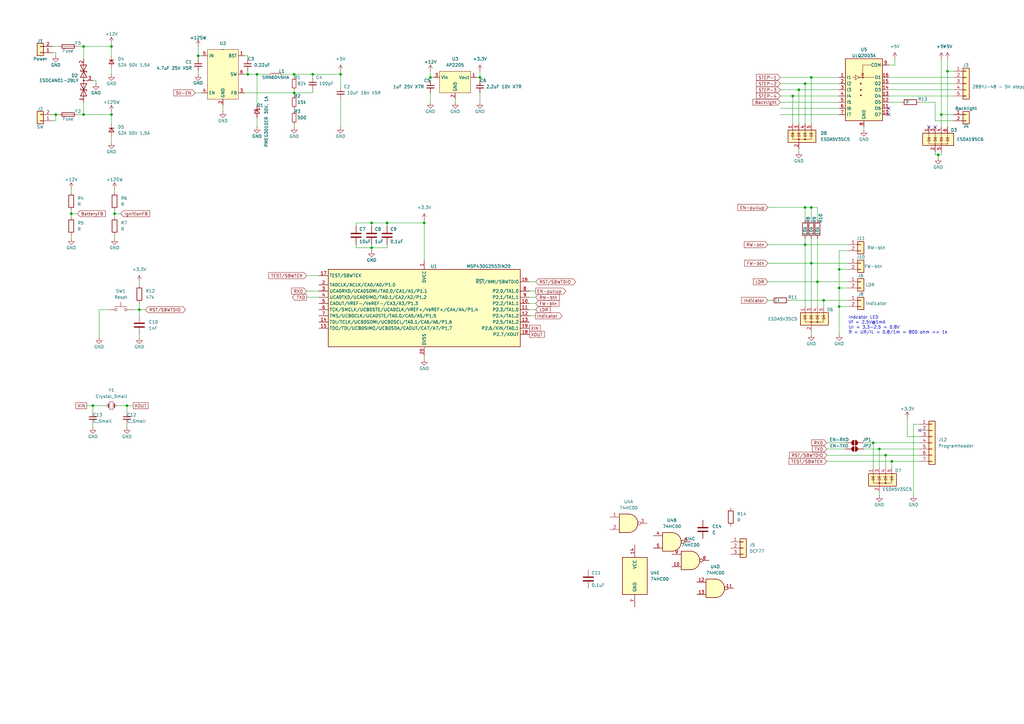
<source format=kicad_sch>
(kicad_sch (version 20250114) (generator "eeschema") (generator_version "9.0")
  (paper "A3")
  (text "Indcator LED\nVf = 2.5V@1mA\nUr = 3.3-2.5 = 0.8V\nR = UR/IL = 0.8/1m = 800 ohm => 1k\n" (at 347.98 133.35 0) (effects (font (size 1.27 1.27)) (justify left)))
  (junction (at 344.17 110.49))
  (junction (at 327.66 36.83))
  (junction (at 52.07 166.37))
  (junction (at 365.76 189.23))
  (junction (at 45.72 19.05))
  (junction (at 386.08 46.99))
  (junction (at 384.81 63.5))
  (junction (at 176.53 31.75))
  (junction (at 105.41 30.48))
  (junction (at 139.7 30.48))
  (junction (at 45.72 46.99))
  (junction (at 325.12 39.37))
  (junction (at 344.17 118.11))
  (junction (at 152.4 91.44))
  (junction (at 196.85 31.75))
  (junction (at 330.2 85.09))
  (junction (at 388.62 29.21))
  (junction (at 332.74 85.09))
  (junction (at 332.74 31.75))
  (junction (at 29.21 87.63))
  (junction (at 330.2 34.29))
  (junction (at 158.75 91.44))
  (junction (at 363.22 186.69))
  (junction (at 332.74 107.95))
  (junction (at 128.27 30.48))
  (junction (at 81.28 22.86))
  (junction (at 358.14 181.61))
  (junction (at 34.29 19.05))
  (junction (at 337.82 123.19))
  (junction (at 101.6 30.48))
  (junction (at 173.99 91.44))
  (junction (at 46.99 87.63))
  (junction (at 57.15 127))
  (junction (at 120.65 30.48))
  (junction (at 344.17 125.73))
  (junction (at 335.28 115.57))
  (junction (at 34.29 46.99))
  (junction (at 22.86 46.99))
  (junction (at 360.68 184.15))
  (junction (at 120.65 38.1))
  (junction (at 38.1 166.37))
  (junction (at 330.2 100.33))
  (junction (at 152.4 101.6))
  (no_connect (at 364.49 46.99))
  (no_connect (at 381 52.07))
  (no_connect (at 383.54 52.07))
  (no_connect (at 377.19 176.53))
  (no_connect (at 364.49 44.45))
  (wire (pts (xy 81.28 22.86) (xy 81.28 24.13)))
  (wire (pts (xy 152.4 101.6) (xy 152.4 102.87)))
  (wire (pts (xy 146.05 100.33) (xy 146.05 101.6)))
  (wire (pts (xy 372.11 171.45) (xy 372.11 179.07)))
  (wire (pts (xy 354.33 52.07) (xy 354.33 53.34)))
  (wire (pts (xy 29.21 77.47) (xy 29.21 78.74)))
  (wire (pts (xy 100.33 22.86) (xy 101.6 22.86)))
  (wire (pts (xy 363.22 186.69) (xy 363.22 191.77)))
  (wire (pts (xy 22.86 21.59) (xy 22.86 22.86)))
  (wire (pts (xy 330.2 34.29) (xy 344.17 34.29)))
  (wire (pts (xy 320.04 31.75) (xy 332.74 31.75)))
  (wire (pts (xy 358.14 181.61) (xy 358.14 191.77)))
  (wire (pts (xy 45.72 55.88) (xy 45.72 58.42)))
  (wire (pts (xy 176.53 38.1) (xy 176.53 41.91)))
  (wire (pts (xy 21.59 46.99) (xy 22.86 46.99)))
  (wire (pts (xy 52.07 166.37) (xy 52.07 168.91)))
  (wire (pts (xy 219.71 124.46) (xy 217.17 124.46)))
  (wire (pts (xy 344.17 110.49) (xy 347.98 110.49)))
  (wire (pts (xy 158.75 91.44) (xy 158.75 92.71)))
  (wire (pts (xy 38.1 33.02) (xy 39.37 33.02)))
  (wire (pts (xy 21.59 21.59) (xy 22.86 21.59)))
  (wire (pts (xy 339.09 184.15) (xy 346.71 184.15)))
  (wire (pts (xy 54.61 127) (xy 57.15 127)))
  (wire (pts (xy 120.65 50.8) (xy 120.65 52.07)))
  (wire (pts (xy 57.15 127) (xy 57.15 129.54)))
  (wire (pts (xy 46.99 96.52) (xy 46.99 97.79)))
  (wire (pts (xy 364.49 41.91) (xy 369.57 41.91)))
  (wire (pts (xy 330.2 100.33) (xy 330.2 125.73)))
  (wire (pts (xy 24.13 19.05) (xy 21.59 19.05)))
  (wire (pts (xy 195.58 31.75) (xy 196.85 31.75)))
  (wire (pts (xy 45.72 22.86) (xy 45.72 19.05)))
  (wire (pts (xy 176.53 31.75) (xy 176.53 33.02)))
  (wire (pts (xy 146.05 101.6) (xy 152.4 101.6)))
  (wire (pts (xy 81.28 19.05) (xy 81.28 22.86)))
  (wire (pts (xy 327.66 36.83) (xy 344.17 36.83)))
  (wire (pts (xy 45.72 19.05) (xy 34.29 19.05)))
  (wire (pts (xy 101.6 29.21) (xy 101.6 30.48)))
  (wire (pts (xy 344.17 102.87) (xy 344.17 110.49)))
  (wire (pts (xy 34.29 19.05) (xy 34.29 24.13)))
  (wire (pts (xy 337.82 123.19) (xy 347.98 123.19)))
  (wire (pts (xy 125.73 121.92) (xy 130.81 121.92)))
  (wire (pts (xy 365.76 189.23) (xy 365.76 191.77)))
  (wire (pts (xy 80.01 38.1) (xy 82.55 38.1)))
  (wire (pts (xy 91.44 43.18) (xy 91.44 45.72)))
  (wire (pts (xy 320.04 46.99) (xy 344.17 46.99)))
  (wire (pts (xy 314.96 123.19) (xy 316.23 123.19)))
  (wire (pts (xy 57.15 127) (xy 59.69 127)))
  (wire (pts (xy 38.1 166.37) (xy 38.1 168.91)))
  (wire (pts (xy 332.74 107.95) (xy 347.98 107.95)))
  (wire (pts (xy 339.09 181.61) (xy 346.71 181.61)))
  (wire (pts (xy 219.71 119.38) (xy 217.17 119.38)))
  (wire (pts (xy 139.7 40.64) (xy 139.7 52.07)))
  (wire (pts (xy 115.57 30.48) (xy 120.65 30.48)))
  (wire (pts (xy 219.71 127) (xy 217.17 127)))
  (wire (pts (xy 384.81 63.5) (xy 384.81 64.77)))
  (wire (pts (xy 386.08 24.13) (xy 386.08 46.99)))
  (wire (pts (xy 152.4 100.33) (xy 152.4 101.6)))
  (wire (pts (xy 81.28 22.86) (xy 82.55 22.86)))
  (wire (pts (xy 391.16 29.21) (xy 388.62 29.21)))
  (wire (pts (xy 46.99 87.63) (xy 46.99 88.9)))
  (wire (pts (xy 173.99 147.32) (xy 173.99 146.05)))
  (wire (pts (xy 120.65 44.45) (xy 120.65 45.72)))
  (wire (pts (xy 46.99 86.36) (xy 46.99 87.63)))
  (wire (pts (xy 173.99 90.17) (xy 173.99 91.44)))
  (wire (pts (xy 344.17 125.73) (xy 347.98 125.73)))
  (wire (pts (xy 314.96 85.09) (xy 330.2 85.09)))
  (wire (pts (xy 367.03 26.67) (xy 367.03 24.13)))
  (wire (pts (xy 176.53 31.75) (xy 177.8 31.75)))
  (wire (pts (xy 139.7 35.56) (xy 139.7 30.48)))
  (wire (pts (xy 196.85 38.1) (xy 196.85 41.91)))
  (wire (pts (xy 39.37 33.02) (xy 39.37 34.29)))
  (wire (pts (xy 386.08 52.07) (xy 386.08 46.99)))
  (wire (pts (xy 339.09 189.23) (xy 365.76 189.23)))
  (wire (pts (xy 332.74 85.09) (xy 332.74 90.17)))
  (wire (pts (xy 128.27 30.48) (xy 139.7 30.48)))
  (wire (pts (xy 335.28 115.57) (xy 335.28 125.73)))
  (wire (pts (xy 354.33 181.61) (xy 358.14 181.61)))
  (wire (pts (xy 105.41 48.26) (xy 105.41 52.07)))
  (wire (pts (xy 45.72 45.72) (xy 45.72 46.99)))
  (wire (pts (xy 152.4 91.44) (xy 152.4 92.71)))
  (wire (pts (xy 101.6 24.13) (xy 101.6 22.86)))
  (wire (pts (xy 325.12 39.37) (xy 344.17 39.37)))
  (wire (pts (xy 364.49 31.75) (xy 391.16 31.75)))
  (wire (pts (xy 364.49 26.67) (xy 367.03 26.67)))
  (wire (pts (xy 374.65 173.99) (xy 374.65 203.2)))
  (wire (pts (xy 34.29 41.91) (xy 34.29 46.99)))
  (wire (pts (xy 152.4 101.6) (xy 158.75 101.6)))
  (wire (pts (xy 22.86 46.99) (xy 22.86 49.53)))
  (wire (pts (xy 38.1 173.99) (xy 38.1 175.26)))
  (wire (pts (xy 335.28 90.17) (xy 335.28 85.09)))
  (wire (pts (xy 120.65 30.48) (xy 128.27 30.48)))
  (wire (pts (xy 344.17 125.73) (xy 344.17 137.16)))
  (wire (pts (xy 388.62 29.21) (xy 388.62 52.07)))
  (wire (pts (xy 383.54 62.23) (xy 383.54 63.5)))
  (wire (pts (xy 360.68 184.15) (xy 360.68 191.77)))
  (wire (pts (xy 320.04 36.83) (xy 327.66 36.83)))
  (wire (pts (xy 43.18 166.37) (xy 38.1 166.37)))
  (wire (pts (xy 219.71 121.92) (xy 217.17 121.92)))
  (wire (pts (xy 364.49 34.29) (xy 391.16 34.29)))
  (wire (pts (xy 314.96 107.95) (xy 332.74 107.95)))
  (wire (pts (xy 57.15 115.57) (xy 57.15 116.84)))
  (wire (pts (xy 360.68 184.15) (xy 377.19 184.15)))
  (wire (pts (xy 120.65 38.1) (xy 128.27 38.1)))
  (wire (pts (xy 344.17 118.11) (xy 347.98 118.11)))
  (wire (pts (xy 354.33 184.15) (xy 360.68 184.15)))
  (wire (pts (xy 46.99 77.47) (xy 46.99 78.74)))
  (wire (pts (xy 81.28 30.48) (xy 81.28 29.21)))
  (wire (pts (xy 332.74 85.09) (xy 330.2 85.09)))
  (wire (pts (xy 40.64 127) (xy 40.64 138.43)))
  (wire (pts (xy 29.21 87.63) (xy 31.75 87.63)))
  (wire (pts (xy 383.54 49.53) (xy 391.16 49.53)))
  (wire (pts (xy 347.98 102.87) (xy 344.17 102.87)))
  (wire (pts (xy 219.71 129.54) (xy 217.17 129.54)))
  (wire (pts (xy 45.72 50.8) (xy 45.72 46.99)))
  (wire (pts (xy 110.49 30.48) (xy 105.41 30.48)))
  (wire (pts (xy 330.2 85.09) (xy 330.2 90.17)))
  (wire (pts (xy 323.85 123.19) (xy 337.82 123.19)))
  (wire (pts (xy 377.19 41.91) (xy 383.54 41.91)))
  (wire (pts (xy 339.09 186.69) (xy 363.22 186.69)))
  (wire (pts (xy 320.04 34.29) (xy 330.2 34.29)))
  (wire (pts (xy 335.28 85.09) (xy 332.74 85.09)))
  (wire (pts (xy 314.96 115.57) (xy 335.28 115.57)))
  (wire (pts (xy 364.49 39.37) (xy 391.16 39.37)))
  (wire (pts (xy 120.65 36.83) (xy 120.65 38.1)))
  (wire (pts (xy 196.85 29.21) (xy 196.85 31.75)))
  (wire (pts (xy 57.15 124.46) (xy 57.15 127)))
  (wire (pts (xy 125.73 113.03) (xy 130.81 113.03)))
  (wire (pts (xy 45.72 27.94) (xy 45.72 30.48)))
  (wire (pts (xy 320.04 39.37) (xy 325.12 39.37)))
  (wire (pts (xy 105.41 30.48) (xy 105.41 43.18)))
  (wire (pts (xy 358.14 181.61) (xy 377.19 181.61)))
  (wire (pts (xy 327.66 36.83) (xy 327.66 50.8)))
  (wire (pts (xy 22.86 46.99) (xy 24.13 46.99)))
  (wire (pts (xy 29.21 96.52) (xy 29.21 97.79)))
  (wire (pts (xy 101.6 30.48) (xy 100.33 30.48)))
  (wire (pts (xy 152.4 91.44) (xy 158.75 91.44)))
  (wire (pts (xy 364.49 36.83) (xy 391.16 36.83)))
  (wire (pts (xy 327.66 60.96) (xy 327.66 62.23)))
  (wire (pts (xy 383.54 63.5) (xy 384.81 63.5)))
  (wire (pts (xy 29.21 87.63) (xy 29.21 88.9)))
  (wire (pts (xy 325.12 39.37) (xy 325.12 50.8)))
  (wire (pts (xy 31.75 19.05) (xy 34.29 19.05)))
  (wire (pts (xy 335.28 115.57) (xy 347.98 115.57)))
  (wire (pts (xy 173.99 106.68) (xy 173.99 91.44)))
  (wire (pts (xy 386.08 46.99) (xy 391.16 46.99)))
  (wire (pts (xy 105.41 30.48) (xy 101.6 30.48)))
  (wire (pts (xy 337.82 123.19) (xy 337.82 125.73)))
  (wire (pts (xy 360.68 203.2) (xy 360.68 201.93)))
  (wire (pts (xy 384.81 63.5) (xy 386.08 63.5)))
  (wire (pts (xy 100.33 38.1) (xy 120.65 38.1)))
  (wire (pts (xy 186.69 40.64) (xy 186.69 41.91)))
  (wire (pts (xy 35.56 166.37) (xy 38.1 166.37)))
  (wire (pts (xy 320.04 41.91) (xy 344.17 41.91)))
  (wire (pts (xy 219.71 115.57) (xy 217.17 115.57)))
  (wire (pts (xy 146.05 92.71) (xy 146.05 91.44)))
  (wire (pts (xy 52.07 166.37) (xy 54.61 166.37)))
  (wire (pts (xy 332.74 97.79) (xy 332.74 107.95)))
  (wire (pts (xy 330.2 97.79) (xy 330.2 100.33)))
  (wire (pts (xy 320.04 44.45) (xy 344.17 44.45)))
  (wire (pts (xy 29.21 86.36) (xy 29.21 87.63)))
  (wire (pts (xy 377.19 179.07) (xy 372.11 179.07)))
  (wire (pts (xy 332.74 137.16) (xy 332.74 135.89)))
  (wire (pts (xy 128.27 30.48) (xy 128.27 31.75)))
  (wire (pts (xy 45.72 17.78) (xy 45.72 19.05)))
  (wire (pts (xy 146.05 91.44) (xy 152.4 91.44)))
  (wire (pts (xy 176.53 29.21) (xy 176.53 31.75)))
  (wire (pts (xy 34.29 46.99) (xy 45.72 46.99)))
  (wire (pts (xy 139.7 29.21) (xy 139.7 30.48)))
  (wire (pts (xy 46.99 87.63) (xy 49.53 87.63)))
  (wire (pts (xy 52.07 166.37) (xy 48.26 166.37)))
  (wire (pts (xy 330.2 34.29) (xy 330.2 50.8)))
  (wire (pts (xy 21.59 49.53) (xy 22.86 49.53)))
  (wire (pts (xy 365.76 189.23) (xy 377.19 189.23)))
  (wire (pts (xy 158.75 91.44) (xy 173.99 91.44)))
  (wire (pts (xy 332.74 107.95) (xy 332.74 125.73)))
  (wire (pts (xy 332.74 31.75) (xy 332.74 50.8)))
  (wire (pts (xy 196.85 31.75) (xy 196.85 33.02)))
  (wire (pts (xy 120.65 38.1) (xy 120.65 39.37)))
  (wire (pts (xy 344.17 118.11) (xy 344.17 125.73)))
  (wire (pts (xy 344.17 110.49) (xy 344.17 118.11)))
  (wire (pts (xy 44.45 127) (xy 40.64 127)))
  (wire (pts (xy 314.96 100.33) (xy 330.2 100.33)))
  (wire (pts (xy 128.27 36.83) (xy 128.27 38.1)))
  (wire (pts (xy 125.73 119.38) (xy 130.81 119.38)))
  (wire (pts (xy 158.75 100.33) (xy 158.75 101.6)))
  (wire (pts (xy 120.65 30.48) (xy 120.65 31.75)))
  (wire (pts (xy 330.2 100.33) (xy 347.98 100.33)))
  (wire (pts (xy 332.74 31.75) (xy 344.17 31.75)))
  (wire (pts (xy 377.19 173.99) (xy 374.65 173.99)))
  (wire (pts (xy 335.28 97.79) (xy 335.28 115.57)))
  (wire (pts (xy 57.15 137.16) (xy 57.15 138.43)))
  (wire (pts (xy 388.62 29.21) (xy 388.62 24.13)))
  (wire (pts (xy 363.22 186.69) (xy 377.19 186.69)))
  (wire (pts (xy 386.08 62.23) (xy 386.08 63.5)))
  (wire (pts (xy 31.75 46.99) (xy 34.29 46.99)))
  (wire (pts (xy 52.07 173.99) (xy 52.07 175.26)))
  (wire (pts (xy 383.54 49.53) (xy 383.54 41.91)))
  (global_label "XOUT" (shape passive) (at 217.17 137.16 0) (property "Intersheetrefs" "${INTERSHEET_REFS}" (effects (hide yes))))
  (global_label "EN-pullup" (shape output) (at 219.71 119.38 0) (property "Intersheetrefs" "${INTERSHEET_REFS}" (effects (hide yes))))
  (global_label "XIN" (shape passive) (at 217.17 134.62 0) (property "Intersheetrefs" "${INTERSHEET_REFS}" (effects (hide yes))))
  (global_label "BatteryFB" (shape input) (at 31.75 87.63 0) (property "Intersheetrefs" "${INTERSHEET_REFS}" (effects (hide yes))))
  (global_label "XOUT" (shape passive) (at 54.61 166.37 0) (property "Intersheetrefs" "${INTERSHEET_REFS}" (effects (hide yes))))
  (global_label "RST{slash}SBWTDIO" (shape bidirectional) (at 59.69 127 0) (property "Intersheetrefs" "${INTERSHEET_REFS}" (effects (hide yes))))
  (global_label "STEP-1" (shape input) (at 320.04 31.75 180) (property "Intersheetrefs" "${INTERSHEET_REFS}" (effects (hide yes))))
  (global_label "FW-btn" (shape input) (at 219.71 124.46 0) (property "Intersheetrefs" "${INTERSHEET_REFS}" (effects (hide yes))))
  (global_label "Backlight" (shape input) (at 320.04 41.91 180) (property "Intersheetrefs" "${INTERSHEET_REFS}" (effects (hide yes))))
  (global_label "FW-btn" (shape input) (at 314.96 107.95 180) (property "Intersheetrefs" "${INTERSHEET_REFS}" (effects (hide yes))))
  (global_label "XIN" (shape passive) (at 35.56 166.37 180) (property "Intersheetrefs" "${INTERSHEET_REFS}" (effects (hide yes))))
  (global_label "IgnitionFB" (shape input) (at 49.53 87.63 0) (property "Intersheetrefs" "${INTERSHEET_REFS}" (effects (hide yes))))
  (global_label "RXD" (shape input) (at 339.09 181.61 180) (property "Intersheetrefs" "${INTERSHEET_REFS}" (effects (hide yes))))
  (global_label "TXD" (shape output) (at 125.73 121.92 180) (property "Intersheetrefs" "${INTERSHEET_REFS}" (effects (hide yes))))
  (global_label "STEP-4" (shape input) (at 320.04 39.37 180) (property "Intersheetrefs" "${INTERSHEET_REFS}" (effects (hide yes))))
  (global_label "TEST{slash}SBWTCK" (shape input) (at 125.73 113.03 180) (property "Intersheetrefs" "${INTERSHEET_REFS}" (effects (hide yes))))
  (global_label "RW-btn" (shape input) (at 219.71 121.92 0) (property "Intersheetrefs" "${INTERSHEET_REFS}" (effects (hide yes))))
  (global_label "TEST{slash}SBWTCK" (shape input) (at 339.09 189.23 180) (property "Intersheetrefs" "${INTERSHEET_REFS}" (effects (hide yes))))
  (global_label "TXD" (shape input) (at 339.09 184.15 180) (property "Intersheetrefs" "${INTERSHEET_REFS}" (effects (hide yes))))
  (global_label "RST{slash}SBWTDIO" (shape bidirectional) (at 219.71 115.57 0) (property "Intersheetrefs" "${INTERSHEET_REFS}" (effects (hide yes))))
  (global_label "Indicator" (shape input) (at 314.96 123.19 180) (property "Intersheetrefs" "${INTERSHEET_REFS}" (effects (hide yes))))
  (global_label "RST{slash}SBWTDIO" (shape input) (at 339.09 186.69 180) (property "Intersheetrefs" "${INTERSHEET_REFS}" (effects (hide yes))))
  (global_label "LDR" (shape input) (at 314.96 115.57 180) (property "Intersheetrefs" "${INTERSHEET_REFS}" (effects (hide yes))))
  (global_label "RXD" (shape input) (at 125.73 119.38 180) (property "Intersheetrefs" "${INTERSHEET_REFS}" (effects (hide yes))))
  (global_label "STEP-3" (shape input) (at 320.04 36.83 180) (property "Intersheetrefs" "${INTERSHEET_REFS}" (effects (hide yes))))
  (global_label "RW-btn" (shape input) (at 314.96 100.33 180) (property "Intersheetrefs" "${INTERSHEET_REFS}" (effects (hide yes))))
  (global_label "LDR" (shape input) (at 219.71 127 0) (property "Intersheetrefs" "${INTERSHEET_REFS}" (effects (hide yes))))
  (global_label "STEP-2" (shape input) (at 320.04 34.29 180) (property "Intersheetrefs" "${INTERSHEET_REFS}" (effects (hide yes))))
  (global_label "EN-pullup" (shape input) (at 314.96 85.09 180) (property "Intersheetrefs" "${INTERSHEET_REFS}" (effects (hide yes))))
  (global_label "5V-EN" (shape input) (at 80.01 38.1 180) (property "Intersheetrefs" "${INTERSHEET_REFS}" (effects (hide yes))))
  (global_label "Indicator" (shape output) (at 219.71 129.54 0) (property "Intersheetrefs" "${INTERSHEET_REFS}" (effects (hide yes))))
  (symbol (lib_id "power:GND") (at 344.17 137.16 0) (unit 1)
    (property "Reference" "#PWR026" (effects (hide yes)))
    (property "Value" "GND" (at 344.17 140.97 0))
    (property "Description" "Power symbol creates a global label with name \"GND\" , ground" (effects (hide yes)))
  )
  (symbol (lib_id "power:GND") (at 152.4 102.87 0) (unit 1)
    (property "Reference" "#PWR031" (effects (hide yes)))
    (property "Value" "GND" (at 152.4 106.68 0))
    (property "Description" "Power symbol creates a global label with name \"GND\" , ground" (effects (hide yes)))
  )
  (symbol (lib_id "power:GND") (at 38.1 175.26 0) (unit 1)
    (property "Reference" "#PWR036" (effects (hide yes)))
    (property "Value" "GND" (at 38.1 179.07 0))
    (property "Description" "Power symbol creates a global label with name \"GND\" , ground" (effects (hide yes)))
  )
  (symbol (lib_id "power:GND") (at 40.64 138.43 0) (unit 1)
    (property "Reference" "#PWR033" (effects (hide yes)))
    (property "Value" "GND" (at 40.64 142.24 0))
    (property "Description" "Power symbol creates a global label with name \"GND\" , ground" (effects (hide yes)))
  )
  (symbol (lib_id "MCU_Texas_MSP430:MSP430G2553IN20") (at 173.99 127 0) (mirror y) (unit 1)
    (property "Reference" "U1" (at 176.53 109.22 0) (effects (justify right)))
    (property "Value" "MSP430G2553IN20" (at 209.55 109.22 0) (effects (justify left)))
    (property "Footprint" "Package_DIP:DIP-20_W7.62mm" (effects (hide yes)))
    (property "Datasheet" "http://www.ti.com/lit/ds/symlink/msp430g2553.pdf" (effects (hide yes)))
    (property "Description" "16kB Flash, 512B RAM, DIP-20" (effects (hide yes)))
  )
  (symbol (lib_id "Device:R") (at 46.99 92.71 0) (unit 1)
    (property "Reference" "R7" (at 49.53 91.4399 0) (effects (justify left)))
    (property "Value" "R" (at 49.53 93.9799 0) (effects (justify left)))
    (property "Description" "Resistor" (effects (hide yes)))
  )
  (symbol (lib_id "Connector_Generic:Conn_01x02") (at 396.24 46.99 0) (unit 1)
    (property "Reference" "J4" (at 396.24 51.816 0))
    (property "Value" "Backlight" (at 396.24 44.45 0))
    (property "Description" "Generic connector, single row, 01x02, script generated (kicad-library-utils/schlib/autogen/connector/)" (effects (hide yes)))
  )
  (symbol (lib_id "Device:R") (at 46.99 82.55 0) (unit 1)
    (property "Reference" "R6" (at 49.53 81.2799 0) (effects (justify left)))
    (property "Value" "R" (at 49.53 83.8199 0) (effects (justify left)))
    (property "Description" "Resistor" (effects (hide yes)))
  )
  (symbol (lib_id "Device:C") (at 57.15 133.35 0) (unit 1)
    (property "Reference" "C10" (at 60.96 132.0799 0) (effects (justify left)))
    (property "Value" "1nF" (at 60.96 134.6199 0) (effects (justify left)))
    (property "Description" "Unpolarized capacitor" (effects (hide yes)))
  )
  (symbol (lib_id "Jumper:SolderJumper_2_Open") (at 350.52 184.15 0) (unit 1) (exclude_from_sim yes) (in_bom no)
    (property "Reference" "JP2" (at 355.6 182.88 0))
    (property "Value" "EN-TXD" (at 344.17 182.88 0))
    (property "Description" "Solder Jumper, 2-pole, open" (effects (hide yes)))
  )
  (symbol (lib_id "power:+12V") (at 176.53 29.21 0) (unit 1)
    (property "Reference" "#PWR021" (effects (hide yes)))
    (property "Value" "+12V" (at 176.53 25.4 0))
    (property "Description" "Power symbol creates a global label with name \"+12V\"" (effects (hide yes)))
  )
  (symbol (lib_id "74xx:74HC00") (at 260.35 236.22 0) (unit 5)
    (property "Reference" "U4" (at 266.7 234.9499 0) (effects (justify left)))
    (property "Value" "74HC00" (at 266.7 237.4899 0) (effects (justify left)))
    (property "Datasheet" "http://www.ti.com/lit/gpn/sn74hc00" (effects (hide yes)))
    (property "Description" "quad 2-input NAND gate" (effects (hide yes)))
  )
  (symbol (lib_id "Device:D_Small") (at 45.72 53.34 270) (unit 1)
    (property "Reference" "D5" (at 48.26 52.0699 90) (effects (justify left)))
    (property "Value" "S2A 50V 1.5A" (at 48.26 54.6099 90) (effects (justify left)))
    (property "Description" "Diode, small symbol" (effects (hide yes)))
    (property "Sim.Device" "D" (effects (hide yes)))
    (property "Sim.Pins" "1=K 2=A" (effects (hide yes)))
  )
  (symbol (lib_id "Device:R") (at 332.74 93.98 0) (unit 1)
    (property "Reference" "R9" (at 334.01 91.44 90) (effects (justify left)))
    (property "Value" "10k" (at 332.74 96.52 90) (effects (justify left)))
    (property "Description" "Resistor" (effects (hide yes)))
  )
  (symbol (lib_id "Device:R") (at 335.28 93.98 0) (unit 1)
    (property "Reference" "R10" (at 336.55 91.44 90) (effects (justify left)))
    (property "Value" "10k" (at 335.28 96.52 90) (effects (justify left)))
    (property "Description" "Resistor" (effects (hide yes)))
  )
  (symbol (lib_id "Device:C") (at 146.05 96.52 0) (unit 1)
    (property "Reference" "C7" (at 147.32 93.98 0) (effects (justify left)))
    (property "Value" "10uF" (at 147.32 99.06 0) (effects (justify left)))
    (property "Description" "Unpolarized capacitor" (effects (hide yes)))
  )
  (symbol (lib_id "power:GND") (at 360.68 203.2 0) (unit 1)
    (property "Reference" "#PWR030" (effects (hide yes)))
    (property "Value" "GND" (at 360.68 207.01 0))
    (property "Description" "Power symbol creates a global label with name \"GND\" , ground" (effects (hide yes)))
  )
  (symbol (lib_id "Connector_Generic:Conn_01x02") (at 353.06 107.95 0) (unit 1)
    (property "Reference" "J10" (at 353.06 105.41 0))
    (property "Value" "FW-btn" (at 358.14 109.22 0))
    (property "Description" "Generic connector, single row, 01x02, script generated (kicad-library-utils/schlib/autogen/connector/)" (effects (hide yes)))
  )
  (symbol (lib_id "power:GND") (at 139.7 52.07 0) (unit 1)
    (property "Reference" "#PWR011" (effects (hide yes)))
    (property "Value" "GND" (at 139.7 55.88 0))
    (property "Description" "Power symbol creates a global label with name \"GND\" , ground" (effects (hide yes)))
  )
  (symbol (lib_id "power:GND") (at 354.33 53.34 0) (unit 1)
    (property "Reference" "#PWR025" (effects (hide yes)))
    (property "Value" "GND" (at 354.33 57.15 0))
    (property "Description" "Power symbol creates a global label with name \"GND\" , ground" (effects (hide yes)))
  )
  (symbol (lib_id "Device:C_Small") (at 139.7 38.1 0) (unit 1)
    (property "Reference" "C2" (at 140.97 35.56 0) (effects (justify left)))
    (property "Value" "10uF 16V X5R" (at 142.24 38.1 0) (effects (justify left)))
    (property "Description" "Unpolarized capacitor, small symbol" (effects (hide yes)))
  )
  (symbol (lib_id "Device:C_Small") (at 81.28 26.67 0) (mirror y) (unit 1)
    (property "Reference" "C1" (at 78.74 25.4062 0) (effects (justify left)))
    (property "Value" "4.7uF 25V X5R" (at 78.74 27.9462 0) (effects (justify left)))
    (property "Description" "Unpolarized capacitor, small symbol" (effects (hide yes)))
  )
  (symbol (lib_id "Power_Protection:ESDA5V3SC5") (at 360.68 196.85 0) (unit 1)
    (property "Reference" "D7" (at 367.03 193.04 0) (effects (justify left)))
    (property "Value" "ESDA5V3SC5" (at 361.95 200.66 0) (effects (justify left)))
    (property "Footprint" "Package_TO_SOT_SMD:SOT-23-5" (effects (hide yes)))
    (property "Datasheet" "https://www.st.com/resource/en/datasheet/esda5v3sc6.pdf" (effects (hide yes)))
    (property "Description" "Quad TVS Diode Array, 5.3V Standoff, 4 Channels, 400W, ±30kV, SOT-23-5" (effects (hide yes)))
  )
  (symbol (lib_id "Device:D_Small") (at 45.72 25.4 270) (unit 1)
    (property "Reference" "D4" (at 48.26 24.1299 90) (effects (justify left)))
    (property "Value" "S2A 50V 1.5A" (at 48.26 26.6699 90) (effects (justify left)))
    (property "Description" "Diode, small symbol" (effects (hide yes)))
    (property "Sim.Device" "D" (effects (hide yes)))
    (property "Sim.Pins" "1=K 2=A" (effects (hide yes)))
  )
  (symbol (lib_id "Connector_Generic:Conn_01x02") (at 16.51 49.53 180) (unit 1)
    (property "Reference" "J2" (at 16.51 44.704 0))
    (property "Value" "SW" (at 16.51 52.07 0))
    (property "Description" "Generic connector, single row, 01x02, script generated (kicad-library-utils/schlib/autogen/connector/)" (effects (hide yes)))
  )
  (symbol (lib_id "power:+12P") (at 81.28 19.05 0) (unit 1)
    (property "Reference" "#PWR012" (effects (hide yes)))
    (property "Value" "+12SW" (at 81.28 15.494 0))
    (property "Description" "Power symbol creates a global label with name \"+12P\"" (effects (hide yes)))
  )
  (symbol (lib_id "power:+5V") (at 139.7 29.21 0) (unit 1)
    (property "Reference" "#PWR013" (effects (hide yes)))
    (property "Value" "+5V" (at 139.7 24.13 0))
    (property "Description" "Power symbol creates a global label with name \"+5V\"" (effects (hide yes)))
  )
  (symbol (lib_id "power:+3.3V") (at 196.85 29.21 0) (unit 1)
    (property "Reference" "#PWR022" (effects (hide yes)))
    (property "Value" "+3.3V" (at 196.85 24.13 0))
    (property "Description" "Power symbol creates a global label with name \"+3.3V\"" (effects (hide yes)))
  )
  (symbol (lib_id "power:GND") (at 29.21 97.79 0) (unit 1)
    (property "Reference" "#PWR014" (effects (hide yes)))
    (property "Value" "GND" (at 29.21 101.6 0))
    (property "Description" "Power symbol creates a global label with name \"GND\" , ground" (effects (hide yes)))
  )
  (symbol (lib_id "Device:C_Small") (at 128.27 34.29 0) (unit 1)
    (property "Reference" "C4" (at 129.54 31.75 0) (effects (justify left)))
    (property "Value" "100pF" (at 130.81 34.29 0) (effects (justify left)))
    (property "Description" "Unpolarized capacitor, small symbol" (effects (hide yes)))
  )
  (symbol (lib_id "Device:R_Small") (at 120.65 41.91 0) (unit 1)
    (property "Reference" "R2" (at 120.65 39.37 0) (effects (justify left)))
    (property "Value" "15k" (at 121.92 41.91 0) (effects (justify left)))
    (property "Description" "Resistor, small symbol" (effects (hide yes)))
  )
  (symbol (lib_id "power:GND") (at 105.41 52.07 0) (unit 1)
    (property "Reference" "#PWR010" (effects (hide yes)))
    (property "Value" "GND" (at 105.41 55.88 0))
    (property "Description" "Power symbol creates a global label with name \"GND\" , ground" (effects (hide yes)))
  )
  (symbol (lib_id "Device:R") (at 299.72 212.09 0) (unit 1)
    (property "Reference" "R14" (at 302.26 210.8199 0) (effects (justify left)))
    (property "Value" "R" (at 302.26 213.3599 0) (effects (justify left)))
    (property "Description" "Resistor" (effects (hide yes)))
  )
  (symbol (lib_id "power:GND") (at 176.53 41.91 0) (unit 1)
    (property "Reference" "#PWR016" (effects (hide yes)))
    (property "Value" "GND" (at 176.53 45.72 0))
    (property "Description" "Power symbol creates a global label with name \"GND\" , ground" (effects (hide yes)))
  )
  (symbol (lib_id "power:+5V") (at 386.08 24.13 0) (unit 1)
    (property "Reference" "#PWR041" (effects (hide yes)))
    (property "Value" "+5V" (at 386.08 19.05 0))
    (property "Description" "Power symbol creates a global label with name \"+5V\"" (effects (hide yes)))
  )
  (symbol (lib_id "Power_Protection:ESDA5V3SC5") (at 327.66 55.88 0) (unit 1)
    (property "Reference" "D8" (at 336.55 54.6099 0) (effects (justify left)))
    (property "Value" "ESDA5V3SC5" (at 336.55 57.1499 0) (effects (justify left)))
    (property "Footprint" "Package_TO_SOT_SMD:SOT-23-5" (effects (hide yes)))
    (property "Datasheet" "https://www.st.com/resource/en/datasheet/esda5v3sc6.pdf" (effects (hide yes)))
    (property "Description" "Quad TVS Diode Array, 5.3V Standoff, 4 Channels, 400W, ±30kV, SOT-23-5" (effects (hide yes)))
  )
  (symbol (lib_id "Connector_Generic:Conn_01x03") (at 304.8 224.79 0) (unit 1)
    (property "Reference" "J5" (at 307.34 223.5199 0) (effects (justify left)))
    (property "Value" "DCF77" (at 307.34 226.0599 0) (effects (justify left)))
    (property "Description" "Generic connector, single row, 01x03, script generated (kicad-library-utils/schlib/autogen/connector/)" (effects (hide yes)))
  )
  (symbol (lib_id "Device:R_Small") (at 120.65 48.26 0) (unit 1)
    (property "Reference" "R3" (at 120.65 45.72 0) (effects (justify left)))
    (property "Value" "500" (at 121.92 48.26 0) (effects (justify left)))
    (property "Description" "Resistor, small symbol" (effects (hide yes)))
  )
  (symbol (lib_id "Device:L_Small") (at 113.03 30.48 90) (unit 1)
    (property "Reference" "L1" (at 115.57 29.21 90))
    (property "Value" "SRN6045HA" (at 113.03 31.75 90))
    (property "Description" "Inductor, small symbol" (effects (hide yes)))
  )
  (symbol (lib_id "power:+3.3V") (at 57.15 115.57 0) (unit 1)
    (property "Reference" "#PWR035" (effects (hide yes)))
    (property "Value" "+3.3V" (at 57.15 110.49 0))
    (property "Description" "Power symbol creates a global label with name \"+3.3V\"" (effects (hide yes)))
  )
  (symbol (lib_id "Connector_Generic:Conn_01x02") (at 353.06 100.33 0) (unit 1)
    (property "Reference" "J11" (at 353.06 97.79 0))
    (property "Value" "RW-btn" (at 359.41 101.6 0))
    (property "Description" "Generic connector, single row, 01x02, script generated (kicad-library-utils/schlib/autogen/connector/)" (effects (hide yes)))
  )
  (symbol (lib_id "power:GND") (at 332.74 137.16 0) (unit 1)
    (property "Reference" "#PWR027" (effects (hide yes)))
    (property "Value" "GND" (at 332.74 140.97 0))
    (property "Description" "Power symbol creates a global label with name \"GND\" , ground" (effects (hide yes)))
  )
  (symbol (lib_id "Device:R") (at 320.04 123.19 90) (unit 1)
    (property "Reference" "R11" (at 325.12 121.92 90))
    (property "Value" "1k" (at 318.77 123.19 90))
    (property "Description" "Resistor" (effects (hide yes)))
  )
  (symbol (lib_id "power:+3.3V") (at 173.99 90.17 0) (unit 1)
    (property "Reference" "#PWR032" (effects (hide yes)))
    (property "Value" "+3.3V" (at 173.99 85.09 0))
    (property "Description" "Power symbol creates a global label with name \"+3.3V\"" (effects (hide yes)))
  )
  (symbol (lib_id "power:GND") (at 22.86 22.86 0) (unit 1)
    (property "Reference" "#PWR03" (effects (hide yes)))
    (property "Value" "GND" (at 22.86 26.67 0))
    (property "Description" "Power symbol creates a global label with name \"GND\" , ground" (effects (hide yes)))
  )
  (symbol (lib_id "Device:C") (at 288.29 217.17 0) (unit 1)
    (property "Reference" "C14" (at 292.1 215.8999 0) (effects (justify left)))
    (property "Value" "C" (at 292.1 218.4399 0) (effects (justify left)))
    (property "Description" "Unpolarized capacitor" (effects (hide yes)))
  )
  (symbol (lib_id "power:+5V") (at 388.62 24.13 0) (unit 1)
    (property "Reference" "#PWR023" (effects (hide yes)))
    (property "Value" "+5V" (at 388.62 19.05 0))
    (property "Description" "Power symbol creates a global label with name \"+5V\"" (effects (hide yes)))
  )
  (symbol (lib_id "power:GND") (at 45.72 58.42 0) (unit 1)
    (property "Reference" "#PWR04" (effects (hide yes)))
    (property "Value" "GND" (at 45.72 62.23 0))
    (property "Description" "Power symbol creates a global label with name \"GND\" , ground" (effects (hide yes)))
  )
  (symbol (lib_id "power:GND") (at 81.28 30.48 0) (unit 1)
    (property "Reference" "#PWR07" (effects (hide yes)))
    (property "Value" "GND" (at 81.28 34.036 0))
    (property "Description" "Power symbol creates a global label with name \"GND\" , ground" (effects (hide yes)))
  )
  (symbol (lib_id "Device:Crystal_Small") (at 45.72 166.37 0) (unit 1)
    (property "Reference" "Y1" (at 45.72 160.02 0))
    (property "Value" "Crystal_Small" (at 45.72 162.56 0))
    (property "Description" "Two pin crystal, small symbol" (effects (hide yes)))
  )
  (symbol (lib_id "power:GND") (at 46.99 97.79 0) (unit 1)
    (property "Reference" "#PWR017" (effects (hide yes)))
    (property "Value" "GND" (at 46.99 101.6 0))
    (property "Description" "Power symbol creates a global label with name \"GND\" , ground" (effects (hide yes)))
  )
  (symbol (lib_id "Device:C") (at 241.3 237.49 0) (unit 1)
    (property "Reference" "C11" (at 242.57 234.95 0) (effects (justify left)))
    (property "Value" "0.1uF" (at 242.57 240.03 0) (effects (justify left)))
    (property "Description" "Unpolarized capacitor" (effects (hide yes)))
  )
  (symbol (lib_id "Device:C") (at 158.75 96.52 0) (unit 1)
    (property "Reference" "C9" (at 160.02 93.98 0) (effects (justify left)))
    (property "Value" "0.1uF" (at 160.02 99.06 0) (effects (justify left)))
    (property "Description" "Unpolarized capacitor" (effects (hide yes)))
  )
  (symbol (lib_id "power:GND") (at 39.37 34.29 0) (unit 1)
    (property "Reference" "#PWR01" (effects (hide yes)))
    (property "Value" "GND" (at 39.37 38.1 0))
    (property "Description" "Power symbol creates a global label with name \"GND\" , ground" (effects (hide yes)))
  )
  (symbol (lib_id "Device:D_TVS_Dual_AAC") (at 34.29 33.02 90) (unit 1)
    (property "Reference" "D2" (at 32.004 30.988 90) (effects (justify left)))
    (property "Value" "ESDCAN01-2BLY" (at 32.258 33.02 90) (effects (justify left)))
    (property "Description" "Bidirectional dual transient-voltage-suppression diode, center on pin 3" (effects (hide yes)))
  )
  (symbol (lib_id "power:GND") (at 120.65 52.07 0) (unit 1)
    (property "Reference" "#PWR08" (effects (hide yes)))
    (property "Value" "GND" (at 120.65 55.88 0))
    (property "Description" "Power symbol creates a global label with name \"GND\" , ground" (effects (hide yes)))
  )
  (symbol (lib_id "Power_Protection:ESDA5V3SC5") (at 332.74 130.81 0) (unit 1)
    (property "Reference" "D6" (at 339.09 127 0) (effects (justify left)))
    (property "Value" "ESDA5V3SC5" (at 314.96 130.81 0) (effects (justify left)))
    (property "Footprint" "Package_TO_SOT_SMD:SOT-23-5" (effects (hide yes)))
    (property "Datasheet" "https://www.st.com/resource/en/datasheet/esda5v3sc6.pdf" (effects (hide yes)))
    (property "Description" "Quad TVS Diode Array, 5.3V Standoff, 4 Channels, 400W, ±30kV, SOT-23-5" (effects (hide yes)))
  )
  (symbol (lib_id "Connector_Generic:Conn_01x02") (at 353.06 123.19 0) (unit 1)
    (property "Reference" "J8" (at 353.06 120.65 0))
    (property "Value" "Indicator" (at 359.41 124.46 0))
    (property "Description" "Generic connector, single row, 01x02, script generated (kicad-library-utils/schlib/autogen/connector/)" (effects (hide yes)))
  )
  (symbol (lib_id "Connector_Generic:Conn_01x05") (at 396.24 34.29 0) (unit 1)
    (property "Reference" "J3" (at 394.97 26.67 0) (effects (justify left)))
    (property "Value" "28BYJ-48 - 5V stepper" (at 398.78 35.5599 0) (effects (justify left)))
    (property "Description" "Generic connector, single row, 01x05, script generated (kicad-library-utils/schlib/autogen/connector/)" (effects (hide yes)))
  )
  (symbol (lib_id "power:+12P") (at 45.72 45.72 0) (unit 1)
    (property "Reference" "#PWR06" (effects (hide yes)))
    (property "Value" "+12SW" (at 45.72 41.91 0))
    (property "Description" "Power symbol creates a global label with name \"+12P\"" (effects (hide yes)))
  )
  (symbol (lib_id "Device:D_Schottky_Small") (at 105.41 45.72 270) (unit 1)
    (property "Reference" "D1" (at 105.41 43.18 90) (effects (justify left)))
    (property "Value" "PMEG3010ER 30V, 1A" (at 109.22 39.37 0) (effects (justify left)))
    (property "Description" "Schottky diode, small symbol" (effects (hide yes)))
  )
  (symbol (lib_id "Device:C_Small") (at 176.53 35.56 0) (mirror y) (unit 1)
    (property "Reference" "C5" (at 176.53 33.02 0) (effects (justify left)))
    (property "Value" "1uF 25V X7R" (at 173.99 35.56 0) (effects (justify left)))
    (property "Description" "Unpolarized capacitor, small symbol" (effects (hide yes)))
  )
  (symbol (lib_id "Connector_Generic:Conn_01x02") (at 353.06 115.57 0) (unit 1)
    (property "Reference" "J6" (at 353.06 113.03 0))
    (property "Value" "LDR" (at 356.87 116.84 0))
    (property "Description" "Generic connector, single row, 01x02, script generated (kicad-library-utils/schlib/autogen/connector/)" (effects (hide yes)))
  )
  (symbol (lib_id "Device:R") (at 330.2 93.98 0) (unit 1)
    (property "Reference" "R8" (at 331.47 91.44 90) (effects (justify left)))
    (property "Value" "10k" (at 330.2 96.52 90) (effects (justify left)))
    (property "Description" "Resistor" (effects (hide yes)))
  )
  (symbol (lib_id "power:GND") (at 91.44 45.72 0) (unit 1)
    (property "Reference" "#PWR09" (effects (hide yes)))
    (property "Value" "GND" (at 91.44 49.53 0))
    (property "Description" "Power symbol creates a global label with name \"GND\" , ground" (effects (hide yes)))
  )
  (symbol (lib_id "Device:R") (at 57.15 120.65 0) (unit 1)
    (property "Reference" "R12" (at 59.69 119.3799 0) (effects (justify left)))
    (property "Value" "47k" (at 59.69 121.9199 0) (effects (justify left)))
    (property "Description" "Resistor" (effects (hide yes)))
  )
  (symbol (lib_id "Connector_Generic:Conn_01x02") (at 16.51 21.59 180) (unit 1)
    (property "Reference" "J1" (at 16.51 16.764 0))
    (property "Value" "Power" (at 16.51 24.13 0))
    (property "Description" "Generic connector, single row, 01x02, script generated (kicad-library-utils/schlib/autogen/connector/)" (effects (hide yes)))
  )
  (symbol (lib_id "Transistor_Array:ULQ2003A") (at 354.33 36.83 0) (unit 1)
    (property "Reference" "U5" (at 354.33 20.32 0))
    (property "Value" "ULQ2003A" (at 354.33 22.86 0))
    (property "Datasheet" "http://www.ti.com/lit/ds/symlink/uln2003a.pdf" (effects (hide yes)))
    (property "Description" "High Voltage, High Current Darlington Transistor Arrays, SOIC16W/TSSOP16" (effects (hide yes)))
  )
  (symbol (lib_id "power:GND") (at 173.99 147.32 0) (mirror y) (unit 1)
    (property "Reference" "#PWR038" (effects (hide yes)))
    (property "Value" "GND" (at 173.99 151.13 0))
    (property "Description" "Power symbol creates a global label with name \"GND\" , ground" (effects (hide yes)))
  )
  (symbol (lib_id "74xx:74HC00") (at 275.59 222.25 0) (unit 2)
    (property "Reference" "U4" (at 275.5817 213.36 0))
    (property "Value" "74HC00" (at 275.5817 215.9 0))
    (property "Datasheet" "http://www.ti.com/lit/gpn/sn74hc00" (effects (hide yes)))
    (property "Description" "quad 2-input NAND gate" (effects (hide yes)))
  )
  (symbol (lib_id "Flipklok-costum:ESDA19SC6") (at 384.81 57.15 0) (unit 1)
    (property "Reference" "D3" (at 389.89 53.34 0) (effects (justify left)))
    (property "Value" "ESDA19SC6" (at 392.43 57.15 0) (effects (justify left)))
    (property "Footprint" "Package_TO_SOT_SMD:SOT-23-6_Handsoldering" (effects (hide yes)))
    (property "Datasheet" "https://nl.mouser.com/datasheet/2/389/esda14v2sc5-1849278.pdf" (effects (hide yes)))
    (property "Description" "Quintuple bidirectional transil, Suppressor for ESD protection, SOT-23-6" (effects (hide yes)))
  )
  (symbol (lib_id "Flipklok-costum:AP5100W") (at 91.44 30.48 0) (unit 1)
    (property "Reference" "U2" (at 91.44 17.78 0))
    (property "Value" "~" (at 91.44 20.32 0))
    (property "Footprint" "Package_TO_SOT_SMD:SOT-23-6_Handsoldering" (effects (hide yes)))
    (property "Datasheet" "https://www.diodes.com/assets/Datasheets/AP5100.pdf" (effects (hide yes)))
    (property "Description" "AP5100 1.2A STEP-DOWN CONVERTER with 1.4MHz SWITCHING FREQUENCY" (effects (hide yes)))
  )
  (symbol (lib_id "Device:C_Small") (at 38.1 171.45 0) (unit 1)
    (property "Reference" "C13" (at 38.1 170.18 0) (effects (justify left)))
    (property "Value" "C_Small" (at 38.1 172.72 0) (effects (justify left)))
    (property "Description" "Unpolarized capacitor, small symbol" (effects (hide yes)))
  )
  (symbol (lib_id "Flipklok-costum:AP2205-33YR-13") (at 186.69 33.02 0) (unit 1)
    (property "Reference" "U3" (at 186.69 24.13 0))
    (property "Value" "AP2205" (at 186.69 26.67 0))
    (property "Footprint" "Package_TO_SOT_SMD:SOT-89-3_Handsoldering" (effects (hide yes)))
    (property "Datasheet" "https://nl.mouser.com/datasheet/2/115/DIOD_S_A0011483360_1-2543654.pdf" (effects (hide yes)))
    (property "Description" "WIDE INPUT VOLTAGE RANGE, 200mA ULDO REGULATOR" (effects (hide yes)))
  )
  (symbol (lib_id "Device:C") (at 152.4 96.52 0) (unit 1)
    (property "Reference" "C8" (at 153.67 93.98 0) (effects (justify left)))
    (property "Value" "1uF" (at 153.67 99.06 0) (effects (justify left)))
    (property "Description" "Unpolarized capacitor" (effects (hide yes)))
  )
  (symbol (lib_id "Device:Fuse") (at 27.94 19.05 90) (unit 1)
    (property "Reference" "F3" (at 32.004 17.78 90))
    (property "Value" "Fuse" (at 27.94 20.828 90))
    (property "Description" "Fuse" (effects (hide yes)))
  )
  (symbol (lib_id "power:GND") (at 384.81 64.77 0) (unit 1)
    (property "Reference" "#PWR040" (effects (hide yes)))
    (property "Value" "GND" (at 384.81 68.58 0))
    (property "Description" "Power symbol creates a global label with name \"GND\" , ground" (effects (hide yes)))
  )
  (symbol (lib_id "74xx:74HC00") (at 293.37 241.3 0) (unit 4)
    (property "Reference" "U4" (at 293.3617 232.41 0))
    (property "Value" "74HC00" (at 293.3617 234.95 0))
    (property "Datasheet" "http://www.ti.com/lit/gpn/sn74hc00" (effects (hide yes)))
    (property "Description" "quad 2-input NAND gate" (effects (hide yes)))
  )
  (symbol (lib_id "power:GND") (at 45.72 30.48 0) (unit 1)
    (property "Reference" "#PWR02" (effects (hide yes)))
    (property "Value" "GND" (at 45.72 34.29 0))
    (property "Description" "Power symbol creates a global label with name \"GND\" , ground" (effects (hide yes)))
  )
  (symbol (lib_id "Device:C_Small") (at 52.07 171.45 0) (unit 1)
    (property "Reference" "C12" (at 52.07 170.18 0) (effects (justify left)))
    (property "Value" "C_Small" (at 52.07 172.72 0) (effects (justify left)))
    (property "Description" "Unpolarized capacitor, small symbol" (effects (hide yes)))
  )
  (symbol (lib_id "power:GND") (at 374.65 203.2 0) (unit 1)
    (property "Reference" "#PWR029" (effects (hide yes)))
    (property "Value" "GND" (at 374.65 207.01 0))
    (property "Description" "Power symbol creates a global label with name \"GND\" , ground" (effects (hide yes)))
  )
  (symbol (lib_id "power:+12V") (at 45.72 17.78 0) (unit 1)
    (property "Reference" "#PWR05" (effects (hide yes)))
    (property "Value" "+12V" (at 45.72 13.97 0))
    (property "Description" "Power symbol creates a global label with name \"+12V\"" (effects (hide yes)))
  )
  (symbol (lib_id "power:GND") (at 52.07 175.26 0) (unit 1)
    (property "Reference" "#PWR037" (effects (hide yes)))
    (property "Value" "GND" (at 52.07 179.07 0))
    (property "Description" "Power symbol creates a global label with name \"GND\" , ground" (effects (hide yes)))
  )
  (symbol (lib_id "power:+12V") (at 29.21 77.47 0) (unit 1)
    (property "Reference" "#PWR015" (effects (hide yes)))
    (property "Value" "+12V" (at 29.21 73.66 0))
    (property "Description" "Power symbol creates a global label with name \"+12V\"" (effects (hide yes)))
  )
  (symbol (lib_id "Device:R") (at 29.21 92.71 0) (unit 1)
    (property "Reference" "R5" (at 31.75 91.4399 0) (effects (justify left)))
    (property "Value" "R" (at 31.75 93.9799 0) (effects (justify left)))
    (property "Description" "Resistor" (effects (hide yes)))
  )
  (symbol (lib_id "Device:R_Small") (at 120.65 34.29 0) (unit 1)
    (property "Reference" "R1" (at 120.65 31.75 0) (effects (justify left)))
    (property "Value" "82k" (at 121.92 34.29 0) (effects (justify left)))
    (property "Description" "Resistor, small symbol" (effects (hide yes)))
  )
  (symbol (lib_id "Device:C_Small") (at 101.6 26.67 0) (unit 1)
    (property "Reference" "C3" (at 101.6 24.13 0) (effects (justify left)))
    (property "Value" "0,22uF" (at 104.14 26.67 0) (effects (justify left)))
    (property "Description" "Unpolarized capacitor, small symbol" (effects (hide yes)))
  )
  (symbol (lib_id "Device:Fuse") (at 27.94 46.99 90) (unit 1)
    (property "Reference" "F2" (at 32.004 45.72 90))
    (property "Value" "Fuse" (at 27.94 48.768 90))
    (property "Description" "Fuse" (effects (hide yes)))
  )
  (symbol (lib_id "power:GND") (at 57.15 138.43 0) (unit 1)
    (property "Reference" "#PWR034" (effects (hide yes)))
    (property "Value" "GND" (at 57.15 142.24 0))
    (property "Description" "Power symbol creates a global label with name \"GND\" , ground" (effects (hide yes)))
  )
  (symbol (lib_id "Switch:SW_Push") (at 49.53 127 0) (unit 1)
    (property "Reference" "SW1" (at 49.53 119.38 0))
    (property "Value" "Reset" (at 49.53 121.92 0))
    (property "Description" "Push button switch, generic, two pins" (effects (hide yes)))
  )
  (symbol (lib_id "power:+3.3V") (at 372.11 171.45 0) (unit 1)
    (property "Reference" "#PWR028" (effects (hide yes)))
    (property "Value" "+3.3V" (at 372.11 167.64 0))
    (property "Description" "Power symbol creates a global label with name \"+3.3V\"" (effects (hide yes)))
  )
  (symbol (lib_id "Device:R") (at 373.38 41.91 90) (unit 1)
    (property "Reference" "R13" (at 378.46 40.64 90))
    (property "Value" "R" (at 372.11 41.91 90))
    (property "Description" "Resistor" (effects (hide yes)))
  )
  (symbol (lib_id "power:GND") (at 196.85 41.91 0) (unit 1)
    (property "Reference" "#PWR020" (effects (hide yes)))
    (property "Value" "GND" (at 196.85 45.72 0))
    (property "Description" "Power symbol creates a global label with name \"GND\" , ground" (effects (hide yes)))
  )
  (symbol (lib_id "Connector_Generic:Conn_01x07") (at 382.27 181.61 0) (unit 1)
    (property "Reference" "J12" (at 384.81 180.3399 0) (effects (justify left)))
    (property "Value" "Programheader" (at 384.81 182.8799 0) (effects (justify left)))
    (property "Description" "Generic connector, single row, 01x07, script generated (kicad-library-utils/schlib/autogen/connector/)" (effects (hide yes)))
  )
  (symbol (lib_id "power:GND") (at 186.69 41.91 0) (unit 1)
    (property "Reference" "#PWR019" (effects (hide yes)))
    (property "Value" "GND" (at 186.69 45.72 0))
    (property "Description" "Power symbol creates a global label with name \"GND\" , ground" (effects (hide yes)))
  )
  (symbol (lib_id "power:GND") (at 327.66 62.23 0) (unit 1)
    (property "Reference" "#PWR024" (effects (hide yes)))
    (property "Value" "GND" (at 327.66 66.04 0))
    (property "Description" "Power symbol creates a global label with name \"GND\" , ground" (effects (hide yes)))
  )
  (symbol (lib_id "74xx:74HC00") (at 257.81 214.63 0) (unit 1)
    (property "Reference" "U4" (at 257.8017 205.74 0))
    (property "Value" "74HC00" (at 257.8017 208.28 0))
    (property "Datasheet" "http://www.ti.com/lit/gpn/sn74hc00" (effects (hide yes)))
    (property "Description" "quad 2-input NAND gate" (effects (hide yes)))
  )
  (symbol (lib_id "Device:R") (at 29.21 82.55 0) (unit 1)
    (property "Reference" "R4" (at 31.75 81.2799 0) (effects (justify left)))
    (property "Value" "R" (at 31.75 83.8199 0) (effects (justify left)))
    (property "Description" "Resistor" (effects (hide yes)))
  )
  (symbol (lib_id "power:+5V") (at 367.03 24.13 0) (unit 1)
    (property "Reference" "#PWR039" (effects (hide yes)))
    (property "Value" "+5V" (at 367.03 19.05 0))
    (property "Description" "Power symbol creates a global label with name \"+5V\"" (effects (hide yes)))
  )
  (symbol (lib_id "Device:C_Small") (at 196.85 35.56 0) (unit 1)
    (property "Reference" "C6" (at 196.85 33.02 0) (effects (justify left)))
    (property "Value" "2.2uF 10V X7R" (at 199.39 35.56 0) (effects (justify left)))
    (property "Description" "Unpolarized capacitor, small symbol" (effects (hide yes)))
  )
  (symbol (lib_id "power:+12P") (at 46.99 77.47 0) (unit 1)
    (property "Reference" "#PWR018" (effects (hide yes)))
    (property "Value" "+12SW" (at 46.99 73.66 0))
    (property "Description" "Power symbol creates a global label with name \"+12P\"" (effects (hide yes)))
  )
  (symbol (lib_id "74xx:74HC00") (at 283.21 229.87 0) (unit 3)
    (property "Reference" "U4" (at 283.2017 220.98 0))
    (property "Value" "74HC00" (at 283.2017 223.52 0))
    (property "Datasheet" "http://www.ti.com/lit/gpn/sn74hc00" (effects (hide yes)))
    (property "Description" "quad 2-input NAND gate" (effects (hide yes)))
  )
  (symbol (lib_id "Jumper:SolderJumper_2_Open") (at 350.52 181.61 0) (unit 1) (exclude_from_sim yes) (in_bom no)
    (property "Reference" "JP1" (at 355.6 180.34 0))
    (property "Value" "EN-RXD" (at 344.17 180.34 0))
    (property "Description" "Solder Jumper, 2-pole, open" (effects (hide yes)))
  )
)
</source>
